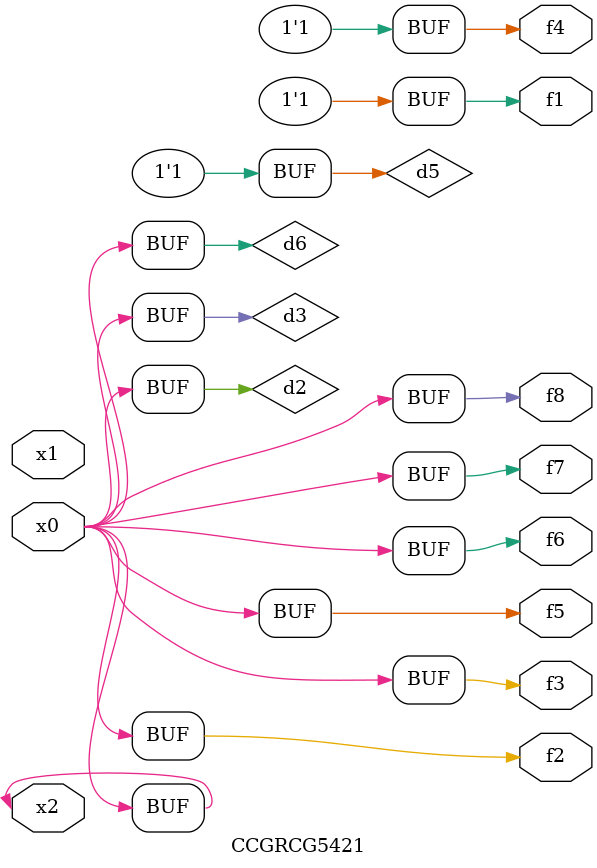
<source format=v>
module CCGRCG5421(
	input x0, x1, x2,
	output f1, f2, f3, f4, f5, f6, f7, f8
);

	wire d1, d2, d3, d4, d5, d6;

	xnor (d1, x2);
	buf (d2, x0, x2);
	and (d3, x0);
	xnor (d4, x1, x2);
	nand (d5, d1, d3);
	buf (d6, d2, d3);
	assign f1 = d5;
	assign f2 = d6;
	assign f3 = d6;
	assign f4 = d5;
	assign f5 = d6;
	assign f6 = d6;
	assign f7 = d6;
	assign f8 = d6;
endmodule

</source>
